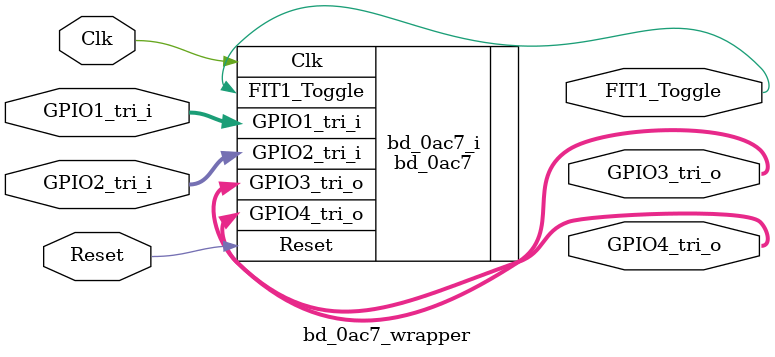
<source format=v>
`timescale 1 ps / 1 ps

module bd_0ac7_wrapper
   (Clk,
    FIT1_Toggle,
    GPIO1_tri_i,
    GPIO2_tri_i,
    GPIO3_tri_o,
    GPIO4_tri_o,
    Reset);
  input Clk;
  output FIT1_Toggle;
  input [15:0]GPIO1_tri_i;
  input [4:0]GPIO2_tri_i;
  output [15:0]GPIO3_tri_o;
  output [31:0]GPIO4_tri_o;
  input Reset;

  wire Clk;
  wire FIT1_Toggle;
  wire [15:0]GPIO1_tri_i;
  wire [4:0]GPIO2_tri_i;
  wire [15:0]GPIO3_tri_o;
  wire [31:0]GPIO4_tri_o;
  wire Reset;

  bd_0ac7 bd_0ac7_i
       (.Clk(Clk),
        .FIT1_Toggle(FIT1_Toggle),
        .GPIO1_tri_i(GPIO1_tri_i),
        .GPIO2_tri_i(GPIO2_tri_i),
        .GPIO3_tri_o(GPIO3_tri_o),
        .GPIO4_tri_o(GPIO4_tri_o),
        .Reset(Reset));
endmodule

</source>
